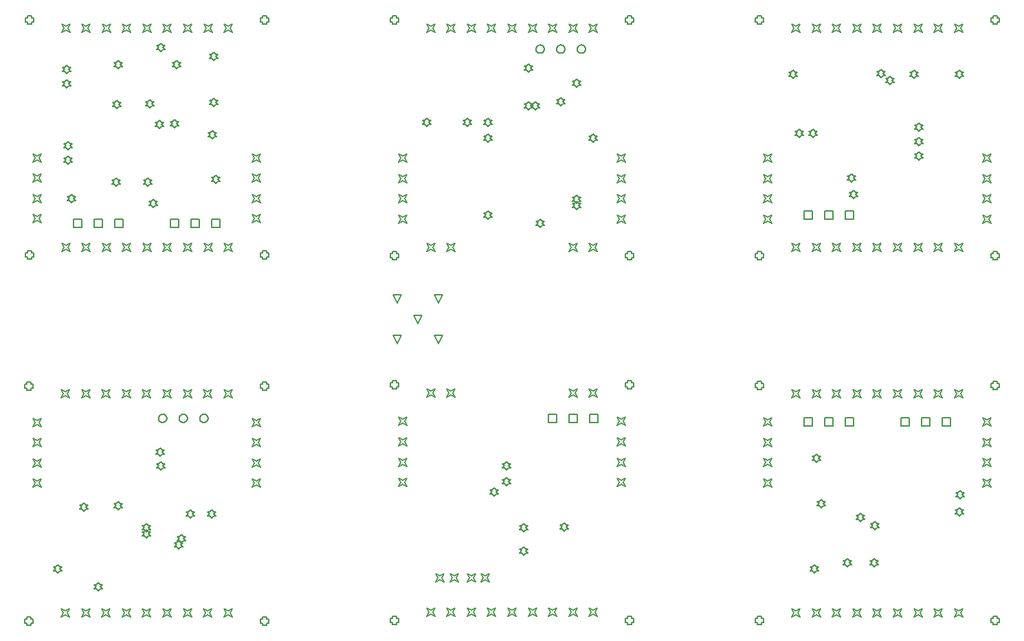
<source format=gbr>
%FSTAX44Y44*%
%MOMM*%
%SFA1B1*%

%IPPOS*%
%ADD97C,0.127000*%
%ADD136C,0.169330*%
%LNradar_1ghz_drawing_1-1*%
%LPD*%
G54D97*
X01035319Y-00274579D02*
Y-00264419D01*
X01045479*
Y-00274579*
X01035319*
X01009919D02*
Y-00264419D01*
X01020079*
Y-00274579*
X01009919*
X00984519D02*
Y-00264419D01*
X00994679*
Y-00274579*
X00984519*
X00669519Y-00525079D02*
Y-00514919D01*
X00679679*
Y-00525079*
X00669519*
X00694919D02*
Y-00514919D01*
X00705079*
Y-00525079*
X00694919*
X00720319D02*
Y-00514919D01*
X00730479*
Y-00525079*
X00720319*
X00508999Y-00403079D02*
X00503919Y-00392919D01*
X00514079*
X00508999Y-00403079*
X00483999Y-00378079D02*
X00478919Y-00367919D01*
X00489079*
X00483999Y-00378079*
Y-00428079D02*
X00478919Y-00417919D01*
X00489079*
X00483999Y-00428079*
X00533999D02*
X00528919Y-00417919D01*
X00539079*
X00533999Y-00428079*
Y-00378079D02*
X00528919Y-00367919D01*
X00539079*
X00533999Y-00378079*
X01154919Y-00529579D02*
Y-00519419D01*
X01165079*
Y-00529579*
X01154919*
X01129519D02*
Y-00519419D01*
X01139679*
Y-00529579*
X01129519*
X01104119D02*
Y-00519419D01*
X01114279*
Y-00529579*
X01104119*
X0098492D02*
Y-00519419D01*
X0099508*
Y-00529579*
X0098492*
X0101032D02*
Y-00519419D01*
X0102048*
Y-00529579*
X0101032*
X0103572D02*
Y-00519419D01*
X0104588*
Y-00529579*
X0103572*
X00255319Y-00285079D02*
Y-00274919D01*
X00265479*
Y-00285079*
X00255319*
X00229919D02*
Y-00274919D01*
X00240079*
Y-00285079*
X00229919*
X00204519D02*
Y-00274919D01*
X00214679*
Y-00285079*
X00204519*
X00084519D02*
Y-00274919D01*
X00094679*
Y-00285079*
X00084519*
X00109919D02*
Y-00274919D01*
X00120079*
Y-00285079*
X00109919*
X00135319D02*
Y-00274919D01*
X00145479*
Y-00285079*
X00135319*
X00639114Y-00660194D02*
X00641654Y-00657654D01*
X00644194*
X00641654Y-00655114*
X00644194Y-00652574*
X00641654*
X00639114Y-00650034*
X00636574Y-00652574*
X00634034*
X00636574Y-00655114*
X00634034Y-00657654*
X00636574*
X00639114Y-00660194*
X00638999Y-00689079D02*
X00641539Y-00686539D01*
X00644079*
X00641539Y-00683999*
X00644079Y-00681459*
X00641539*
X00638999Y-00678919*
X00636459Y-00681459*
X00633919*
X00636459Y-00683999*
X00633919Y-00686539*
X00636459*
X00638999Y-00689079*
X00689684Y-00658849D02*
X00692224Y-00656309D01*
X00694764*
X00692224Y-00653769*
X00694764Y-00651229*
X00692224*
X00689684Y-00648689*
X00687144Y-00651229*
X00684604*
X00687144Y-00653769*
X00684604Y-00656309*
X00687144*
X00689684Y-00658849*
X01079999Y-00100079D02*
X01082539Y-00097539D01*
X01085079*
X01082539Y-00094999*
X01085079Y-00092459*
X01082539*
X01079999Y-00089919*
X01077459Y-00092459*
X01074919*
X01077459Y-00094999*
X01074919Y-00097539*
X01077459*
X01079999Y-00100079*
X01090999Y-00109079D02*
X01093539Y-00106539D01*
X01096079*
X01093539Y-00103999*
X01096079Y-00101459*
X01093539*
X01090999Y-00098919*
X01088459Y-00101459*
X01085919*
X01088459Y-00103999*
X01085919Y-00106539*
X01088459*
X01090999Y-00109079*
X01045999Y-00249079D02*
X01048539Y-00246539D01*
X01051079*
X01048539Y-00243999*
X01051079Y-00241459*
X01048539*
X01045999Y-00238919*
X01043459Y-00241459*
X01040919*
X01043459Y-00243999*
X01040919Y-00246539*
X01043459*
X01045999Y-00249079*
X00978999Y-00174079D02*
X00981539Y-00171539D01*
X00984079*
X00981539Y-00168999*
X00984079Y-00166459*
X00981539*
X00978999Y-00163919*
X00976459Y-00166459*
X00973919*
X00976459Y-00168999*
X00973919Y-00171539*
X00976459*
X00978999Y-00174079*
X00995999D02*
X00998539Y-00171539D01*
X01001079*
X00998539Y-00168999*
X01001079Y-00166459*
X00998539*
X00995999Y-00163919*
X00993459Y-00166459*
X00990919*
X00993459Y-00168999*
X00990919Y-00171539*
X00993459*
X00995999Y-00174079*
X01053999Y-00647079D02*
X01056539Y-00644539D01*
X01059079*
X01056539Y-00641999*
X01059079Y-00639459*
X01056539*
X01053999Y-00636919*
X01051459Y-00639459*
X01048919*
X01051459Y-00641999*
X01048919Y-00644539*
X01051459*
X01053999Y-00647079*
X01070999Y-00703079D02*
X01073539Y-00700539D01*
X01076079*
X01073539Y-00697999*
X01076079Y-00695459*
X01073539*
X01070999Y-00692919*
X01068459Y-00695459*
X01065919*
X01068459Y-00697999*
X01065919Y-00700539*
X01068459*
X01070999Y-00703079*
X01037999D02*
X01040539Y-00700539D01*
X01043079*
X01040539Y-00697999*
X01043079Y-00695459*
X01040539*
X01037999Y-00692919*
X01035459Y-00695459*
X01032919*
X01035459Y-00697999*
X01032919Y-00700539*
X01035459*
X01037999Y-00703079*
X01071999Y-00657079D02*
X01074539Y-00654539D01*
X01077079*
X01074539Y-00651999*
X01077079Y-00649459*
X01074539*
X01071999Y-00646919*
X01069459Y-00649459*
X01066919*
X01069459Y-00651999*
X01066919Y-00654539*
X01069459*
X01071999Y-00657079*
X01005999Y-00630079D02*
X01008539Y-00627539D01*
X01011079*
X01008539Y-00624999*
X01011079Y-00622459*
X01008539*
X01005999Y-00619919*
X01003459Y-00622459*
X01000919*
X01003459Y-00624999*
X01000919Y-00627539*
X01003459*
X01005999Y-00630079*
X00999999Y-00574579D02*
X01002539Y-00572039D01*
X01005079*
X01002539Y-00569499*
X01005079Y-00566959*
X01002539*
X00999999Y-00564419*
X00997459Y-00566959*
X00994919*
X00997459Y-00569499*
X00994919Y-00572039*
X00997459*
X00999999Y-00574579*
X01176749Y-00619079D02*
X01179289Y-00616539D01*
X01181829*
X01179289Y-00613999*
X01181829Y-00611459*
X01179289*
X01176749Y-00608919*
X01174209Y-00611459*
X01171669*
X01174209Y-00613999*
X01171669Y-00616539*
X01174209*
X01176749Y-00619079*
X01175999Y-0064008D02*
X01178539Y-0063754D01*
X01181079*
X01178539Y-00635*
X01181079Y-0063246*
X01178539*
X01175999Y-0062992*
X01173459Y-0063246*
X01170919*
X01173459Y-00635*
X01170919Y-0063754*
X01173459*
X01175999Y-0064008*
X00174999Y-00667579D02*
X00177539Y-00665039D01*
X00180079*
X00177539Y-00662499*
X00180079Y-00659959*
X00177539*
X00174999Y-00657419*
X00172459Y-00659959*
X00169919*
X00172459Y-00662499*
X00169919Y-00665039*
X00172459*
X00174999Y-00667579*
X00097499Y-00634329D02*
X00100039Y-00631789D01*
X00102579*
X00100039Y-00629249*
X00102579Y-00626709*
X00100039*
X00097499Y-00624169*
X00094959Y-00626709*
X00092419*
X00094959Y-00629249*
X00092419Y-00631789*
X00094959*
X00097499Y-00634329*
X00208888Y-00162191D02*
X00211428Y-00159651D01*
X00213968*
X00211428Y-00157111*
X00213968Y-00154571*
X00211428*
X00208888Y-00152031*
X00206348Y-00154571*
X00203808*
X00206348Y-00157111*
X00203808Y-00159651*
X00206348*
X00208888Y-00162191*
X00192124Y-00067954D02*
X00194664Y-00065414D01*
X00197204*
X00194664Y-00062874*
X00197204Y-00060334*
X00194664*
X00192124Y-00057794*
X00189584Y-00060334*
X00187044*
X00189584Y-00062874*
X00187044Y-00065414*
X00189584*
X00192124Y-00067954*
X00081999Y-00254079D02*
X00084539Y-00251539D01*
X00087079*
X00084539Y-00248999*
X00087079Y-00246459*
X00084539*
X00081999Y-00243919*
X00079459Y-00246459*
X00076919*
X00079459Y-00248999*
X00076919Y-00251539*
X00079459*
X00081999Y-00254079*
X00211779Y-00088969D02*
X00214319Y-00086429D01*
X00216859*
X00214319Y-00083889*
X00216859Y-00081349*
X00214319*
X00211779Y-00078809*
X00209239Y-00081349*
X00206699*
X00209239Y-00083889*
X00206699Y-00086429*
X00209239*
X00211779Y-00088969*
X00178624Y-00137704D02*
X00181164Y-00135164D01*
X00183704*
X00181164Y-00132624*
X00183704Y-00130084*
X00181164*
X00178624Y-00127544*
X00176084Y-00130084*
X00173544*
X00176084Y-00132624*
X00173544Y-00135164*
X00176084*
X00178624Y-00137704*
X00602999Y-00616079D02*
X00605539Y-00613539D01*
X00608079*
X00605539Y-00610999*
X00608079Y-00608459*
X00605539*
X00602999Y-00605919*
X00600459Y-00608459*
X00597919*
X00600459Y-00610999*
X00597919Y-00613539*
X00600459*
X00602999Y-00616079*
X00617999Y-00603111D02*
X00620539Y-00600571D01*
X00623079*
X00620539Y-00598031*
X00623079Y-00595491*
X00620539*
X00617999Y-00592951*
X00615459Y-00595491*
X00612919*
X00615459Y-00598031*
X00612919Y-00600571*
X00615459*
X00617999Y-00603111*
Y-00584079D02*
X00620539Y-00581539D01*
X00623079*
X00620539Y-00578999*
X00623079Y-00576459*
X00620539*
X00617999Y-00573919*
X00615459Y-00576459*
X00612919*
X00615459Y-00578999*
X00612919Y-00581539*
X00615459*
X00617999Y-00584079*
X00644999Y-00093079D02*
X00647539Y-00090539D01*
X00650079*
X00647539Y-00087999*
X00650079Y-00085459*
X00647539*
X00644999Y-00082919*
X00642459Y-00085459*
X00639919*
X00642459Y-00087999*
X00639919Y-00090539*
X00642459*
X00644999Y-00093079*
X00704331Y-00111997D02*
X00706871Y-00109457D01*
X00709411*
X00706871Y-00106917*
X00709411Y-00104377*
X00706871*
X00704331Y-00101837*
X00701791Y-00104377*
X00699251*
X00701791Y-00106917*
X00699251Y-00109457*
X00701791*
X00704331Y-00111997*
X00653999Y-00140079D02*
X00656539Y-00137539D01*
X00659079*
X00656539Y-00134999*
X00659079Y-00132459*
X00656539*
X00653999Y-00129919*
X00651459Y-00132459*
X00648919*
X00651459Y-00134999*
X00648919Y-00137539*
X00651459*
X00653999Y-00140079*
X00704999Y-00263079D02*
X00707539Y-00260539D01*
X00710079*
X00707539Y-00257999*
X00710079Y-00255459*
X00707539*
X00704999Y-00252919*
X00702459Y-00255459*
X00699919*
X00702459Y-00257999*
X00699919Y-00260539*
X00702459*
X00704999Y-00263079*
X00644999Y-00140079D02*
X00647539Y-00137539D01*
X00650079*
X00647539Y-00134999*
X00650079Y-00132459*
X00647539*
X00644999Y-00129919*
X00642459Y-00132459*
X00639919*
X00642459Y-00134999*
X00639919Y-00137539*
X00642459*
X00644999Y-00140079*
X00704999Y-00255079D02*
X00707539Y-00252539D01*
X00710079*
X00707539Y-00249999*
X00710079Y-00247459*
X00707539*
X00704999Y-00244919*
X00702459Y-00247459*
X00699919*
X00702459Y-00249999*
X00699919Y-00252539*
X00702459*
X00704999Y-00255079*
X00724999Y-00180079D02*
X00727539Y-00177539D01*
X00730079*
X00727539Y-00174999*
X00730079Y-00172459*
X00727539*
X00724999Y-00169919*
X00722459Y-00172459*
X00719919*
X00722459Y-00174999*
X00719919Y-00177539*
X00722459*
X00724999Y-00180079*
X00659999Y-00285079D02*
X00662539Y-00282539D01*
X00665079*
X00662539Y-00279999*
X00665079Y-00277459*
X00662539*
X00659999Y-00274919*
X00657459Y-00277459*
X00654919*
X00657459Y-00279999*
X00654919Y-00282539*
X00657459*
X00659999Y-00285079*
X00684999Y-00135079D02*
X00687539Y-00132539D01*
X00690079*
X00687539Y-00129999*
X00690079Y-00127459*
X00687539*
X00684999Y-00124919*
X00682459Y-00127459*
X00679919*
X00682459Y-00129999*
X00679919Y-00132539*
X00682459*
X00684999Y-00135079*
X00569999Y-00160079D02*
X00572539Y-00157539D01*
X00575079*
X00572539Y-00154999*
X00575079Y-00152459*
X00572539*
X00569999Y-00149919*
X00567459Y-00152459*
X00564919*
X00567459Y-00154999*
X00564919Y-00157539*
X00567459*
X00569999Y-00160079*
X00519999D02*
X00522539Y-00157539D01*
X00525079*
X00522539Y-00154999*
X00525079Y-00152459*
X00522539*
X00519999Y-00149919*
X00517459Y-00152459*
X00514919*
X00517459Y-00154999*
X00514919Y-00157539*
X00517459*
X00519999Y-00160079*
X00594999D02*
X00597539Y-00157539D01*
X00600079*
X00597539Y-00154999*
X00600079Y-00152459*
X00597539*
X00594999Y-00149919*
X00592459Y-00152459*
X00589919*
X00592459Y-00154999*
X00589919Y-00157539*
X00592459*
X00594999Y-00160079*
Y-00180079D02*
X00597539Y-00177539D01*
X00600079*
X00597539Y-00174999*
X00600079Y-00172459*
X00597539*
X00594999Y-00169919*
X00592459Y-00172459*
X00589919*
X00592459Y-00174999*
X00589919Y-00177539*
X00592459*
X00594999Y-00180079*
Y-00275079D02*
X00597539Y-00272539D01*
X00600079*
X00597539Y-00269999*
X00600079Y-00267459*
X00597539*
X00594999Y-00264919*
X00592459Y-00267459*
X00589919*
X00592459Y-00269999*
X00589919Y-00272539*
X00592459*
X00594999Y-00275079*
X00191999Y-00584079D02*
X00194539Y-00581539D01*
X00197079*
X00194539Y-00578999*
X00197079Y-00576459*
X00194539*
X00191999Y-00573919*
X00189459Y-00576459*
X00186919*
X00189459Y-00578999*
X00186919Y-00581539*
X00189459*
X00191999Y-00584079*
X00191499Y-00566829D02*
X00194039Y-00564289D01*
X00196579*
X00194039Y-00561749*
X00196579Y-00559209*
X00194039*
X00191499Y-00556669*
X00188959Y-00559209*
X00186419*
X00188959Y-00561749*
X00186419Y-00564289*
X00188959*
X00191499Y-00566829*
X00213999Y-00681079D02*
X00216539Y-00678539D01*
X00219079*
X00216539Y-00675999*
X00219079Y-00673459*
X00216539*
X00213999Y-00670919*
X00211459Y-00673459*
X00208919*
X00211459Y-00675999*
X00208919Y-00678539*
X00211459*
X00213999Y-00681079*
X00114999Y-00732329D02*
X00117539Y-00729789D01*
X00120079*
X00117539Y-00727249*
X00120079Y-00724709*
X00117539*
X00114999Y-00722169*
X00112459Y-00724709*
X00109919*
X00112459Y-00727249*
X00109919Y-00729789*
X00112459*
X00114999Y-00732329*
X00064999Y-00710829D02*
X00067539Y-00708289D01*
X00070079*
X00067539Y-00705749*
X00070079Y-00703209*
X00067539*
X00064999Y-00700669*
X00062459Y-00703209*
X00059919*
X00062459Y-00705749*
X00059919Y-00708289*
X00062459*
X00064999Y-00710829*
X00174999Y-00660079D02*
X00177539Y-00657539D01*
X00180079*
X00177539Y-00654999*
X00180079Y-00652459*
X00177539*
X00174999Y-00649919*
X00172459Y-00652459*
X00169919*
X00172459Y-00654999*
X00169919Y-00657539*
X00172459*
X00174999Y-00660079*
X00217999Y-00673079D02*
X00220539Y-00670539D01*
X00223079*
X00220539Y-00667999*
X00223079Y-00665459*
X00220539*
X00217999Y-00662919*
X00215459Y-00665459*
X00212919*
X00215459Y-00667999*
X00212919Y-00670539*
X00215459*
X00217999Y-00673079*
X00244919Y-00765079D02*
X00247459Y-00759999D01*
X00244919Y-00754919*
X00249999Y-00757459*
X00255079Y-00754919*
X00252539Y-00759999*
X00255079Y-00765079*
X00249999Y-00762539*
X00244919Y-00765079*
X00219919D02*
X00222459Y-00759999D01*
X00219919Y-00754919*
X00224999Y-00757459*
X00230079Y-00754919*
X00227539Y-00759999*
X00230079Y-00765079*
X00224999Y-00762539*
X00219919Y-00765079*
X00094919D02*
X00097459Y-00759999D01*
X00094919Y-00754919*
X00099999Y-00757459*
X00105079Y-00754919*
X00102539Y-00759999*
X00105079Y-00765079*
X00099999Y-00762539*
X00094919Y-00765079*
X00317459Y-00772539D02*
Y-00775079D01*
X00322539*
Y-00772539*
X00325079*
Y-00767459*
X00322539*
Y-00764919*
X00317459*
Y-00767459*
X00314919*
Y-00772539*
X00317459*
X00119919Y-00765079D02*
X00122459Y-00759999D01*
X00119919Y-00754919*
X00124999Y-00757459*
X00130079Y-00754919*
X00127539Y-00759999*
X00130079Y-00765079*
X00124999Y-00762539*
X00119919Y-00765079*
X00069919D02*
X00072459Y-00759999D01*
X00069919Y-00754919*
X00074999Y-00757459*
X00080079Y-00754919*
X00077539Y-00759999*
X00080079Y-00765079*
X00074999Y-00762539*
X00069919Y-00765079*
X00027459Y-00772539D02*
Y-00775079D01*
X00032539*
Y-00772539*
X00035079*
Y-00767459*
X00032539*
Y-00764919*
X00027459*
Y-00767459*
X00024919*
Y-00772539*
X00027459*
X00269919Y-00765079D02*
X00272459Y-00759999D01*
X00269919Y-00754919*
X00274999Y-00757459*
X00280079Y-00754919*
X00277539Y-00759999*
X00280079Y-00765079*
X00274999Y-00762539*
X00269919Y-00765079*
X00169919D02*
X00172459Y-00759999D01*
X00169919Y-00754919*
X00174999Y-00757459*
X00180079Y-00754919*
X00177539Y-00759999*
X00180079Y-00765079*
X00174999Y-00762539*
X00169919Y-00765079*
X00144919D02*
X00147459Y-00759999D01*
X00144919Y-00754919*
X00149999Y-00757459*
X00155079Y-00754919*
X00152539Y-00759999*
X00155079Y-00765079*
X00149999Y-00762539*
X00144919Y-00765079*
X00194919D02*
X00197459Y-00759999D01*
X00194919Y-00754919*
X00199999Y-00757459*
X00205079Y-00754919*
X00202539Y-00759999*
X00205079Y-00765079*
X00199999Y-00762539*
X00194919Y-00765079*
X00190999Y-00163079D02*
X00193539Y-00160539D01*
X00196079*
X00193539Y-00157999*
X00196079Y-00155459*
X00193539*
X00190999Y-00152919*
X00188459Y-00155459*
X00185919*
X00188459Y-00157999*
X00185919Y-00160539*
X00188459*
X00190999Y-00163079*
X00137999Y-00138079D02*
X00140539Y-00135539D01*
X00143079*
X00140539Y-00132999*
X00143079Y-00130459*
X00140539*
X00137999Y-00127919*
X00135459Y-00130459*
X00132919*
X00135459Y-00132999*
X00132919Y-00135539*
X00135459*
X00137999Y-00138079*
X00183249Y-00260329D02*
X00185789Y-00257789D01*
X00188329*
X00185789Y-00255249*
X00188329Y-00252709*
X00185789*
X00183249Y-00250169*
X00180709Y-00252709*
X00178169*
X00180709Y-00255249*
X00178169Y-00257789*
X00180709*
X00183249Y-00260329*
X00175999Y-00234079D02*
X00178539Y-00231539D01*
X00181079*
X00178539Y-00228999*
X00181079Y-00226459*
X00178539*
X00175999Y-00223919*
X00173459Y-00226459*
X00170919*
X00173459Y-00228999*
X00170919Y-00231539*
X00173459*
X00175999Y-00234079*
X00136999D02*
X00139539Y-00231539D01*
X00142079*
X00139539Y-00228999*
X00142079Y-00226459*
X00139539*
X00136999Y-00223919*
X00134459Y-00226459*
X00131919*
X00134459Y-00228999*
X00131919Y-00231539*
X00134459*
X00136999Y-00234079*
X00694919Y-00044579D02*
X00697459Y-00039499D01*
X00694919Y-00034419*
X00699999Y-00036959*
X00705079Y-00034419*
X00702539Y-00039499*
X00705079Y-00044579*
X00699999Y-00042039*
X00694919Y-00044579*
X00544919D02*
X00547459Y-00039499D01*
X00544919Y-00034419*
X00549999Y-00036959*
X00555079Y-00034419*
X00552539Y-00039499*
X00555079Y-00044579*
X00549999Y-00042039*
X00544919Y-00044579*
X00594919D02*
X00597459Y-00039499D01*
X00594919Y-00034419*
X00599999Y-00036959*
X00605079Y-00034419*
X00602539Y-00039499*
X00605079Y-00044579*
X00599999Y-00042039*
X00594919Y-00044579*
X00569919D02*
X00572459Y-00039499D01*
X00569919Y-00034419*
X00574999Y-00036959*
X00580079Y-00034419*
X00577539Y-00039499*
X00580079Y-00044579*
X00574999Y-00042039*
X00569919Y-00044579*
X00519919D02*
X00522459Y-00039499D01*
X00519919Y-00034419*
X00524999Y-00036959*
X00530079Y-00034419*
X00527539Y-00039499*
X00530079Y-00044579*
X00524999Y-00042039*
X00519919Y-00044579*
X00669919D02*
X00672459Y-00039499D01*
X00669919Y-00034419*
X00674999Y-00036959*
X00680079Y-00034419*
X00677539Y-00039499*
X00680079Y-00044579*
X00674999Y-00042039*
X00669919Y-00044579*
X00619919D02*
X00622459Y-00039499D01*
X00619919Y-00034419*
X00624999Y-00036959*
X00630079Y-00034419*
X00627539Y-00039499*
X00630079Y-00044579*
X00624999Y-00042039*
X00619919Y-00044579*
X00644919D02*
X00647459Y-00039499D01*
X00644919Y-00034419*
X00649999Y-00036959*
X00655079Y-00034419*
X00652539Y-00039499*
X00655079Y-00044579*
X00649999Y-00042039*
X00644919Y-00044579*
X00719919D02*
X00722459Y-00039499D01*
X00719919Y-00034419*
X00724999Y-00036959*
X00730079Y-00034419*
X00727539Y-00039499*
X00730079Y-00044579*
X00724999Y-00042039*
X00719919Y-00044579*
X00477459Y-00322039D02*
Y-00324579D01*
X00482539*
Y-00322039*
X00485079*
Y-00316959*
X00482539*
Y-00314419*
X00477459*
Y-00316959*
X00474919*
Y-00322039*
X00477459*
Y-00032039D02*
Y-00034579D01*
X00482539*
Y-00032039*
X00485079*
Y-00026959*
X00482539*
Y-00024419*
X00477459*
Y-00026959*
X00474919*
Y-00032039*
X00477459*
X00719919Y-00314579D02*
X00722459Y-00309499D01*
X00719919Y-00304419*
X00724999Y-00306959*
X00730079Y-00304419*
X00727539Y-00309499*
X00730079Y-00314579*
X00724999Y-00312039*
X00719919Y-00314579*
X00076489Y-00113379D02*
X00079029Y-00110839D01*
X00081569*
X00079029Y-00108299*
X00081569Y-00105759*
X00079029*
X00076489Y-00103219*
X00073949Y-00105759*
X00071409*
X00073949Y-00108299*
X00071409Y-00110839*
X00073949*
X00076489Y-00113379*
X00140249Y-00089079D02*
X00142789Y-00086539D01*
X00145329*
X00142789Y-00083999*
X00145329Y-00081459*
X00142789*
X00140249Y-00078919*
X00137709Y-00081459*
X00135169*
X00137709Y-00083999*
X00135169Y-00086539*
X00137709*
X00140249Y-00089079*
X00120305Y-00044195D02*
X00122845Y-00039115D01*
X00120305Y-00034035*
X00125385Y-00036575*
X00130465Y-00034035*
X00127925Y-00039115*
X00130465Y-00044195*
X00125385Y-00041655*
X00120305Y-00044195*
X00076489Y-00095599D02*
X00079029Y-00093059D01*
X00081569*
X00079029Y-00090519*
X00081569Y-00087979*
X00079029*
X00076489Y-00085439*
X00073949Y-00087979*
X00071409*
X00073949Y-00090519*
X00071409Y-00093059*
X00073949*
X00076489Y-00095599*
X00095305Y-00044195D02*
X00097845Y-00039115D01*
X00095305Y-00034035*
X00100385Y-00036575*
X00105465Y-00034035*
X00102925Y-00039115*
X00105465Y-00044195*
X00100385Y-00041655*
X00095305Y-00044195*
X00257499Y-00078829D02*
X00260039Y-00076289D01*
X00262579*
X00260039Y-00073749*
X00262579Y-00071209*
X00260039*
X00257499Y-00068669*
X00254959Y-00071209*
X00252419*
X00254959Y-00073749*
X00252419Y-00076289*
X00254959*
X00257499Y-00078829*
Y-00136079D02*
X00260039Y-00133539D01*
X00262579*
X00260039Y-00130999*
X00262579Y-00128459*
X00260039*
X00257499Y-00125919*
X00254959Y-00128459*
X00252419*
X00254959Y-00130999*
X00252419Y-00133539*
X00254959*
X00257499Y-00136079*
X0025575Y-00175829D02*
X0025829Y-00173289D01*
X0026083*
X0025829Y-00170749*
X0026083Y-00168209*
X0025829*
X0025575Y-00165669*
X0025321Y-00168209*
X0025067*
X0025321Y-00170749*
X0025067Y-00173289*
X0025321*
X0025575Y-00175829*
X00070305Y-00044195D02*
X00072845Y-00039115D01*
X00070305Y-00034035*
X00075385Y-00036575*
X00080465Y-00034035*
X00077925Y-00039115*
X00080465Y-00044195*
X00075385Y-00041655*
X00070305Y-00044195*
X00145305D02*
X00147845Y-00039115D01*
X00145305Y-00034035*
X00150385Y-00036575*
X00155465Y-00034035*
X00152925Y-00039115*
X00155465Y-00044195*
X00150385Y-00041655*
X00145305Y-00044195*
X00170305D02*
X00172845Y-00039115D01*
X00170305Y-00034035*
X00175385Y-00036575*
X00180465Y-00034035*
X00177925Y-00039115*
X00180465Y-00044195*
X00175385Y-00041655*
X00170305Y-00044195*
X00317845Y-00031655D02*
Y-00034195D01*
X00322925*
Y-00031655*
X00325465*
Y-00026575*
X00322925*
Y-00024035*
X00317845*
Y-00026575*
X00315305*
Y-00031655*
X00317845*
X00195305Y-00044195D02*
X00197845Y-00039115D01*
X00195305Y-00034035*
X00200385Y-00036575*
X00205465Y-00034035*
X00202925Y-00039115*
X00205465Y-00044195*
X00200385Y-00041655*
X00195305Y-00044195*
X00220305D02*
X00222845Y-00039115D01*
X00220305Y-00034035*
X00225385Y-00036575*
X00230465Y-00034035*
X00227925Y-00039115*
X00230465Y-00044195*
X00225385Y-00041655*
X00220305Y-00044195*
X00270305D02*
X00272845Y-00039115D01*
X00270305Y-00034035*
X00275385Y-00036575*
X00280465Y-00034035*
X00277925Y-00039115*
X00280465Y-00044195*
X00275385Y-00041655*
X00270305Y-00044195*
X00245305D02*
X00247845Y-00039115D01*
X00245305Y-00034035*
X00250385Y-00036575*
X00255465Y-00034035*
X00252925Y-00039115*
X00255465Y-00044195*
X00250385Y-00041655*
X00245305Y-00044195*
X00027845Y-00031655D02*
Y-00034195D01*
X00032925*
Y-00031655*
X00035465*
Y-00026575*
X00032925*
Y-00024035*
X00027845*
Y-00026575*
X00025305*
Y-00031655*
X00027845*
X00259749Y-00230829D02*
X00262289Y-00228289D01*
X00264829*
X00262289Y-00225749*
X00264829Y-00223209*
X00262289*
X00259749Y-00220669*
X00257209Y-00223209*
X00254669*
X00257209Y-00225749*
X00254669Y-00228289*
X00257209*
X00259749Y-00230829*
X00305305Y-00229195D02*
X00307845Y-00224115D01*
X00305305Y-00219035*
X00310385Y-00221575*
X00315465Y-00219035*
X00312925Y-00224115*
X00315465Y-00229195*
X00310385Y-00226655*
X00305305Y-00229195*
Y-00254195D02*
X00307845Y-00249115D01*
X00305305Y-00244035*
X00310385Y-00246575*
X00315465Y-00244035*
X00312925Y-00249115*
X00315465Y-00254195*
X00310385Y-00251655*
X00305305Y-00254195*
Y-00279195D02*
X00307845Y-00274115D01*
X00305305Y-00269035*
X00310385Y-00271575*
X00315465Y-00269035*
X00312925Y-00274115*
X00315465Y-00279195*
X00310385Y-00276655*
X00305305Y-00279195*
Y-00204195D02*
X00307845Y-00199115D01*
X00305305Y-00194035*
X00310385Y-00196575*
X00315465Y-00194035*
X00312925Y-00199115*
X00315465Y-00204195*
X00310385Y-00201655*
X00305305Y-00204195*
X00519919Y-00314579D02*
X00522459Y-00309499D01*
X00519919Y-00304419*
X00524999Y-00306959*
X00530079Y-00304419*
X00527539Y-00309499*
X00530079Y-00314579*
X00524999Y-00312039*
X00519919Y-00314579*
X00484919Y-00254579D02*
X00487459Y-00249499D01*
X00484919Y-00244419*
X00489999Y-00246959*
X00495079Y-00244419*
X00492539Y-00249499*
X00495079Y-00254579*
X00489999Y-00252039*
X00484919Y-00254579*
Y-00229579D02*
X00487459Y-00224499D01*
X00484919Y-00219419*
X00489999Y-00221959*
X00495079Y-00219419*
X00492539Y-00224499*
X00495079Y-00229579*
X00489999Y-00227039*
X00484919Y-00229579*
X00544919Y-00314579D02*
X00547459Y-00309499D01*
X00544919Y-00304419*
X00549999Y-00306959*
X00555079Y-00304419*
X00552539Y-00309499*
X00555079Y-00314579*
X00549999Y-00312039*
X00544919Y-00314579*
X00484919Y-00204579D02*
X00487459Y-00199499D01*
X00484919Y-00194419*
X00489999Y-00196959*
X00495079Y-00194419*
X00492539Y-00199499*
X00495079Y-00204579*
X00489999Y-00202039*
X00484919Y-00204579*
X00754919D02*
X00757459Y-00199499D01*
X00754919Y-00194419*
X00759999Y-00196959*
X00765079Y-00194419*
X00762539Y-00199499*
X00765079Y-00204579*
X00759999Y-00202039*
X00754919Y-00204579*
X00694919Y-00314579D02*
X00697459Y-00309499D01*
X00694919Y-00304419*
X00699999Y-00306959*
X00705079Y-00304419*
X00702539Y-00309499*
X00705079Y-00314579*
X00699999Y-00312039*
X00694919Y-00314579*
X00767459Y-00032039D02*
Y-00034579D01*
X00772539*
Y-00032039*
X00775079*
Y-00026959*
X00772539*
Y-00024419*
X00767459*
Y-00026959*
X00764919*
Y-00032039*
X00767459*
Y-00322039D02*
Y-00324579D01*
X00772539*
Y-00322039*
X00775079*
Y-00316959*
X00772539*
Y-00314419*
X00767459*
Y-00316959*
X00764919*
Y-00322039*
X00767459*
X00484919Y-00279579D02*
X00487459Y-00274499D01*
X00484919Y-00269419*
X00489999Y-00271959*
X00495079Y-00269419*
X00492539Y-00274499*
X00495079Y-00279579*
X00489999Y-00277039*
X00484919Y-00279579*
X00754919D02*
X00757459Y-00274499D01*
X00754919Y-00269419*
X00759999Y-00271959*
X00765079Y-00269419*
X00762539Y-00274499*
X00765079Y-00279579*
X00759999Y-00277039*
X00754919Y-00279579*
Y-00229579D02*
X00757459Y-00224499D01*
X00754919Y-00219419*
X00759999Y-00221959*
X00765079Y-00219419*
X00762539Y-00224499*
X00765079Y-00229579*
X00759999Y-00227039*
X00754919Y-00229579*
Y-00254579D02*
X00757459Y-00249499D01*
X00754919Y-00244419*
X00759999Y-00246959*
X00765079Y-00244419*
X00762539Y-00249499*
X00765079Y-00254579*
X00759999Y-00252039*
X00754919Y-00254579*
X00070305Y-00314195D02*
X00072845Y-00309115D01*
X00070305Y-00304035*
X00075385Y-00306575*
X00080465Y-00304035*
X00077925Y-00309115*
X00080465Y-00314195*
X00075385Y-00311655*
X00070305Y-00314195*
X00095305D02*
X00097845Y-00309115D01*
X00095305Y-00304035*
X00100385Y-00306575*
X00105465Y-00304035*
X00102925Y-00309115*
X00105465Y-00314195*
X00100385Y-00311655*
X00095305Y-00314195*
X00120305D02*
X00122845Y-00309115D01*
X00120305Y-00304035*
X00125385Y-00306575*
X00130465Y-00304035*
X00127925Y-00309115*
X00130465Y-00314195*
X00125385Y-00311655*
X00120305Y-00314195*
X00170305D02*
X00172845Y-00309115D01*
X00170305Y-00304035*
X00175385Y-00306575*
X00180465Y-00304035*
X00177925Y-00309115*
X00180465Y-00314195*
X00175385Y-00311655*
X00170305Y-00314195*
X00195305D02*
X00197845Y-00309115D01*
X00195305Y-00304035*
X00200385Y-00306575*
X00205465Y-00304035*
X00202925Y-00309115*
X00205465Y-00314195*
X00200385Y-00311655*
X00195305Y-00314195*
X00270305D02*
X00272845Y-00309115D01*
X00270305Y-00304035*
X00275385Y-00306575*
X00280465Y-00304035*
X00277925Y-00309115*
X00280465Y-00314195*
X00275385Y-00311655*
X00270305Y-00314195*
X00317845Y-00321655D02*
Y-00324195D01*
X00322925*
Y-00321655*
X00325465*
Y-00316575*
X00322925*
Y-00314035*
X00317845*
Y-00316575*
X00315305*
Y-00321655*
X00317845*
X00220305Y-00314195D02*
X00222845Y-00309115D01*
X00220305Y-00304035*
X00225385Y-00306575*
X00230465Y-00304035*
X00227925Y-00309115*
X00230465Y-00314195*
X00225385Y-00311655*
X00220305Y-00314195*
X00245305D02*
X00247845Y-00309115D01*
X00245305Y-00304035*
X00250385Y-00306575*
X00255465Y-00304035*
X00252925Y-00309115*
X00255465Y-00314195*
X00250385Y-00311655*
X00245305Y-00314195*
X00027845Y-00321655D02*
Y-00324195D01*
X00032925*
Y-00321655*
X00035465*
Y-00316575*
X00032925*
Y-00314035*
X00027845*
Y-00316575*
X00025305*
Y-00321655*
X00027845*
X00145305Y-00314195D02*
X00147845Y-00309115D01*
X00145305Y-00304035*
X00150385Y-00306575*
X00155465Y-00304035*
X00152925Y-00309115*
X00155465Y-00314195*
X00150385Y-00311655*
X00145305Y-00314195*
X00035305Y-00204195D02*
X00037845Y-00199115D01*
X00035305Y-00194035*
X00040385Y-00196575*
X00045465Y-00194035*
X00042925Y-00199115*
X00045465Y-00204195*
X00040385Y-00201655*
X00035305Y-00204195*
Y-00229195D02*
X00037845Y-00224115D01*
X00035305Y-00219035*
X00040385Y-00221575*
X00045465Y-00219035*
X00042925Y-00224115*
X00045465Y-00229195*
X00040385Y-00226655*
X00035305Y-00229195*
X00078249Y-00188829D02*
X00080789Y-00186289D01*
X00083329*
X00080789Y-00183749*
X00083329Y-00181209*
X00080789*
X00078249Y-00178669*
X00075709Y-00181209*
X00073169*
X00075709Y-00183749*
X00073169Y-00186289*
X00075709*
X00078249Y-00188829*
X00035305Y-00254195D02*
X00037845Y-00249115D01*
X00035305Y-00244035*
X00040385Y-00246575*
X00045465Y-00244035*
X00042925Y-00249115*
X00045465Y-00254195*
X00040385Y-00251655*
X00035305Y-00254195*
X00078249Y-00207329D02*
X00080789Y-00204789D01*
X00083329*
X00080789Y-00202249*
X00083329Y-00199709*
X00080789*
X00078249Y-00197169*
X00075709Y-00199709*
X00073169*
X00075709Y-00202249*
X00073169Y-00204789*
X00075709*
X00078249Y-00207329*
X00035305Y-00279195D02*
X00037845Y-00274115D01*
X00035305Y-00269035*
X00040385Y-00271575*
X00045465Y-00269035*
X00042925Y-00274115*
X00045465Y-00279195*
X00040385Y-00276655*
X00035305Y-00279195*
X00934919Y-00254579D02*
X00937459Y-00249499D01*
X00934919Y-00244419*
X00939999Y-00246959*
X00945079Y-00244419*
X00942539Y-00249499*
X00945079Y-00254579*
X00939999Y-00252039*
X00934919Y-00254579*
Y-00279579D02*
X00937459Y-00274499D01*
X00934919Y-00269419*
X00939999Y-00271959*
X00945079Y-00269419*
X00942539Y-00274499*
X00945079Y-00279579*
X00939999Y-00277039*
X00934919Y-00279579*
X01042999Y-00229079D02*
X01045539Y-00226539D01*
X01048079*
X01045539Y-00223999*
X01048079Y-00221459*
X01045539*
X01042999Y-00218919*
X01040459Y-00221459*
X01037919*
X01040459Y-00223999*
X01037919Y-00226539*
X01040459*
X01042999Y-00229079*
X01125999Y-00166079D02*
X01128539Y-00163539D01*
X01131079*
X01128539Y-00160999*
X01131079Y-00158459*
X01128539*
X01125999Y-00155919*
X01123459Y-00158459*
X01120919*
X01123459Y-00160999*
X01120919Y-00163539*
X01123459*
X01125999Y-00166079*
X01204919Y-00204579D02*
X01207459Y-00199499D01*
X01204919Y-00194419*
X01209999Y-00196959*
X01215079Y-00194419*
X01212539Y-00199499*
X01215079Y-00204579*
X01209999Y-00202039*
X01204919Y-00204579*
Y-00279579D02*
X01207459Y-00274499D01*
X01204919Y-00269419*
X01209999Y-00271959*
X01215079Y-00269419*
X01212539Y-00274499*
X01215079Y-00279579*
X01209999Y-00277039*
X01204919Y-00279579*
Y-00254579D02*
X01207459Y-00249499D01*
X01204919Y-00244419*
X01209999Y-00246959*
X01215079Y-00244419*
X01212539Y-00249499*
X01215079Y-00254579*
X01209999Y-00252039*
X01204919Y-00254579*
Y-00229579D02*
X01207459Y-00224499D01*
X01204919Y-00219419*
X01209999Y-00221959*
X01215079Y-00219419*
X01212539Y-00224499*
X01215079Y-00229579*
X01209999Y-00227039*
X01204919Y-00229579*
X01125999Y-00202079D02*
X01128539Y-00199539D01*
X01131079*
X01128539Y-00196999*
X01131079Y-00194459*
X01128539*
X01125999Y-00191919*
X01123459Y-00194459*
X01120919*
X01123459Y-00196999*
X01120919Y-00199539*
X01123459*
X01125999Y-00202079*
Y-00184079D02*
X01128539Y-00181539D01*
X01131079*
X01128539Y-00178999*
X01131079Y-00176459*
X01128539*
X01125999Y-00173919*
X01123459Y-00176459*
X01120919*
X01123459Y-00178999*
X01120919Y-00181539*
X01123459*
X01125999Y-00184079*
X00969919Y-00314579D02*
X00972459Y-00309499D01*
X00969919Y-00304419*
X00974999Y-00306959*
X00980079Y-00304419*
X00977539Y-00309499*
X00980079Y-00314579*
X00974999Y-00312039*
X00969919Y-00314579*
X01217459Y-00322039D02*
Y-00324579D01*
X01222539*
Y-00322039*
X01225079*
Y-00316959*
X01222539*
Y-00314419*
X01217459*
Y-00316959*
X01214919*
Y-00322039*
X01217459*
X01144919Y-00314579D02*
X01147459Y-00309499D01*
X01144919Y-00304419*
X01149999Y-00306959*
X01155079Y-00304419*
X01152539Y-00309499*
X01155079Y-00314579*
X01149999Y-00312039*
X01144919Y-00314579*
X01069919D02*
X01072459Y-00309499D01*
X01069919Y-00304419*
X01074999Y-00306959*
X01080079Y-00304419*
X01077539Y-00309499*
X01080079Y-00314579*
X01074999Y-00312039*
X01069919Y-00314579*
X01019919D02*
X01022459Y-00309499D01*
X01019919Y-00304419*
X01024999Y-00306959*
X01030079Y-00304419*
X01027539Y-00309499*
X01030079Y-00314579*
X01024999Y-00312039*
X01019919Y-00314579*
X01044919D02*
X01047459Y-00309499D01*
X01044919Y-00304419*
X01049999Y-00306959*
X01055079Y-00304419*
X01052539Y-00309499*
X01055079Y-00314579*
X01049999Y-00312039*
X01044919Y-00314579*
X01094919D02*
X01097459Y-00309499D01*
X01094919Y-00304419*
X01099999Y-00306959*
X01105079Y-00304419*
X01102539Y-00309499*
X01105079Y-00314579*
X01099999Y-00312039*
X01094919Y-00314579*
X01119919D02*
X01122459Y-00309499D01*
X01119919Y-00304419*
X01124999Y-00306959*
X01130079Y-00304419*
X01127539Y-00309499*
X01130079Y-00314579*
X01124999Y-00312039*
X01119919Y-00314579*
X00927459Y-00322039D02*
Y-00324579D01*
X00932539*
Y-00322039*
X00935079*
Y-00316959*
X00932539*
Y-00314419*
X00927459*
Y-00316959*
X00924919*
Y-00322039*
X00927459*
X00994919Y-00314579D02*
X00997459Y-00309499D01*
X00994919Y-00304419*
X00999999Y-00306959*
X01005079Y-00304419*
X01002539Y-00309499*
X01005079Y-00314579*
X00999999Y-00312039*
X00994919Y-00314579*
X01169919D02*
X01172459Y-00309499D01*
X01169919Y-00304419*
X01174999Y-00306959*
X01180079Y-00304419*
X01177539Y-00309499*
X01180079Y-00314579*
X01174999Y-00312039*
X01169919Y-00314579*
Y-00044579D02*
X01172459Y-00039499D01*
X01169919Y-00034419*
X01174999Y-00036959*
X01180079Y-00034419*
X01177539Y-00039499*
X01180079Y-00044579*
X01174999Y-00042039*
X01169919Y-00044579*
X01175999Y-00101079D02*
X01178539Y-00098539D01*
X01181079*
X01178539Y-00095999*
X01181079Y-00093459*
X01178539*
X01175999Y-00090919*
X01173459Y-00093459*
X01170919*
X01173459Y-00095999*
X01170919Y-00098539*
X01173459*
X01175999Y-00101079*
X01119999D02*
X01122539Y-00098539D01*
X01125079*
X01122539Y-00095999*
X01125079Y-00093459*
X01122539*
X01119999Y-00090919*
X01117459Y-00093459*
X01114919*
X01117459Y-00095999*
X01114919Y-00098539*
X01117459*
X01119999Y-00101079*
X01094919Y-00044579D02*
X01097459Y-00039499D01*
X01094919Y-00034419*
X01099999Y-00036959*
X01105079Y-00034419*
X01102539Y-00039499*
X01105079Y-00044579*
X01099999Y-00042039*
X01094919Y-00044579*
X01069919D02*
X01072459Y-00039499D01*
X01069919Y-00034419*
X01074999Y-00036959*
X01080079Y-00034419*
X01077539Y-00039499*
X01080079Y-00044579*
X01074999Y-00042039*
X01069919Y-00044579*
X00970999Y-00101079D02*
X00973539Y-00098539D01*
X00976079*
X00973539Y-00095999*
X00976079Y-00093459*
X00973539*
X00970999Y-00090919*
X00968459Y-00093459*
X00965919*
X00968459Y-00095999*
X00965919Y-00098539*
X00968459*
X00970999Y-00101079*
X01119919Y-00044579D02*
X01122459Y-00039499D01*
X01119919Y-00034419*
X01124999Y-00036959*
X01130079Y-00034419*
X01127539Y-00039499*
X01130079Y-00044579*
X01124999Y-00042039*
X01119919Y-00044579*
X00927459Y-00032039D02*
Y-00034579D01*
X00932539*
Y-00032039*
X00935079*
Y-00026959*
X00932539*
Y-00024419*
X00927459*
Y-00026959*
X00924919*
Y-00032039*
X00927459*
X00969919Y-00044579D02*
X00972459Y-00039499D01*
X00969919Y-00034419*
X00974999Y-00036959*
X00980079Y-00034419*
X00977539Y-00039499*
X00980079Y-00044579*
X00974999Y-00042039*
X00969919Y-00044579*
X01019919D02*
X01022459Y-00039499D01*
X01019919Y-00034419*
X01024999Y-00036959*
X01030079Y-00034419*
X01027539Y-00039499*
X01030079Y-00044579*
X01024999Y-00042039*
X01019919Y-00044579*
X01044919D02*
X01047459Y-00039499D01*
X01044919Y-00034419*
X01049999Y-00036959*
X01055079Y-00034419*
X01052539Y-00039499*
X01055079Y-00044579*
X01049999Y-00042039*
X01044919Y-00044579*
X00994919D02*
X00997459Y-00039499D01*
X00994919Y-00034419*
X00999999Y-00036959*
X01005079Y-00034419*
X01002539Y-00039499*
X01005079Y-00044579*
X00999999Y-00042039*
X00994919Y-00044579*
X01217459Y-00032039D02*
Y-00034579D01*
X01222539*
Y-00032039*
X01225079*
Y-00026959*
X01222539*
Y-00024419*
X01217459*
Y-00026959*
X01214919*
Y-00032039*
X01217459*
X01144919Y-00044579D02*
X01147459Y-00039499D01*
X01144919Y-00034419*
X01149999Y-00036959*
X01155079Y-00034419*
X01152539Y-00039499*
X01155079Y-00044579*
X01149999Y-00042039*
X01144919Y-00044579*
X00934919Y-00229579D02*
X00937459Y-00224499D01*
X00934919Y-00219419*
X00939999Y-00221959*
X00945079Y-00219419*
X00942539Y-00224499*
X00945079Y-00229579*
X00939999Y-00227039*
X00934919Y-00229579*
Y-00204579D02*
X00937459Y-00199499D01*
X00934919Y-00194419*
X00939999Y-00196959*
X00945079Y-00194419*
X00942539Y-00199499*
X00945079Y-00204579*
X00939999Y-00202039*
X00934919Y-00204579*
X0111992Y-00764579D02*
X0112246Y-00759499D01*
X0111992Y-00754419*
X01125Y-00756959*
X0113008Y-00754419*
X0112754Y-00759499*
X0113008Y-00764579*
X01125Y-00762039*
X0111992Y-00764579*
X01144919D02*
X01147459Y-00759499D01*
X01144919Y-00754419*
X01149999Y-00756959*
X01155079Y-00754419*
X01152539Y-00759499*
X01155079Y-00764579*
X01149999Y-00762039*
X01144919Y-00764579*
X01169919D02*
X01172459Y-00759499D01*
X01169919Y-00754419*
X01174999Y-00756959*
X01180079Y-00754419*
X01177539Y-00759499*
X01180079Y-00764579*
X01174999Y-00762039*
X01169919Y-00764579*
X01204919Y-00604579D02*
X01207459Y-00599499D01*
X01204919Y-00594419*
X01209999Y-00596959*
X01215079Y-00594419*
X01212539Y-00599499*
X01215079Y-00604579*
X01209999Y-00602039*
X01204919Y-00604579*
Y-00579579D02*
X01207459Y-00574499D01*
X01204919Y-00569419*
X01209999Y-00571959*
X01215079Y-00569419*
X01212539Y-00574499*
X01215079Y-00579579*
X01209999Y-00577039*
X01204919Y-00579579*
X01217459Y-00772039D02*
Y-00774579D01*
X01222539*
Y-00772039*
X01225079*
Y-00766959*
X01222539*
Y-00764419*
X01217459*
Y-00766959*
X01214919*
Y-00772039*
X01217459*
X00927459Y-00482039D02*
Y-00484579D01*
X00932539*
Y-00482039*
X00935079*
Y-00476959*
X00932539*
Y-00474419*
X00927459*
Y-00476959*
X00924919*
Y-00482039*
X00927459*
X00934919Y-00604579D02*
X00937459Y-00599499D01*
X00934919Y-00594419*
X00939999Y-00596959*
X00945079Y-00594419*
X00942539Y-00599499*
X00945079Y-00604579*
X00939999Y-00602039*
X00934919Y-00604579*
Y-00579579D02*
X00937459Y-00574499D01*
X00934919Y-00569419*
X00939999Y-00571959*
X00945079Y-00569419*
X00942539Y-00574499*
X00945079Y-00579579*
X00939999Y-00577039*
X00934919Y-00579579*
Y-00554579D02*
X00937459Y-00549499D01*
X00934919Y-00544419*
X00939999Y-00546959*
X00945079Y-00544419*
X00942539Y-00549499*
X00945079Y-00554579*
X00939999Y-00552039*
X00934919Y-00554579*
Y-00529579D02*
X00937459Y-00524499D01*
X00934919Y-00519419*
X00939999Y-00521959*
X00945079Y-00519419*
X00942539Y-00524499*
X00945079Y-00529579*
X00939999Y-00527039*
X00934919Y-00529579*
X0096992Y-00494579D02*
X0097246Y-00489499D01*
X0096992Y-00484419*
X00975Y-00486959*
X0098008Y-00484419*
X0097754Y-00489499*
X0098008Y-00494579*
X00975Y-00492039*
X0096992Y-00494579*
X0099492D02*
X0099746Y-00489499D01*
X0099492Y-00484419*
X01Y-00486959*
X0100508Y-00484419*
X0100254Y-00489499*
X0100508Y-00494579*
X01Y-00492039*
X0099492Y-00494579*
X01019919D02*
X01022459Y-00489499D01*
X01019919Y-00484419*
X01024999Y-00486959*
X01030079Y-00484419*
X01027539Y-00489499*
X01030079Y-00494579*
X01024999Y-00492039*
X01019919Y-00494579*
X01044919D02*
X01047459Y-00489499D01*
X01044919Y-00484419*
X01049999Y-00486959*
X01055079Y-00484419*
X01052539Y-00489499*
X01055079Y-00494579*
X01049999Y-00492039*
X01044919Y-00494579*
X01069919D02*
X01072459Y-00489499D01*
X01069919Y-00484419*
X01074999Y-00486959*
X01080079Y-00484419*
X01077539Y-00489499*
X01080079Y-00494579*
X01074999Y-00492039*
X01069919Y-00494579*
X0109492D02*
X0109746Y-00489499D01*
X0109492Y-00484419*
X011Y-00486959*
X0110508Y-00484419*
X0110254Y-00489499*
X0110508Y-00494579*
X011Y-00492039*
X0109492Y-00494579*
X0111992D02*
X0112246Y-00489499D01*
X0111992Y-00484419*
X01125Y-00486959*
X0113008Y-00484419*
X0112754Y-00489499*
X0113008Y-00494579*
X01125Y-00492039*
X0111992Y-00494579*
X01144919D02*
X01147459Y-00489499D01*
X01144919Y-00484419*
X01149999Y-00486959*
X01155079Y-00484419*
X01152539Y-00489499*
X01155079Y-00494579*
X01149999Y-00492039*
X01144919Y-00494579*
X01169919D02*
X01172459Y-00489499D01*
X01169919Y-00484419*
X01174999Y-00486959*
X01180079Y-00484419*
X01177539Y-00489499*
X01180079Y-00494579*
X01174999Y-00492039*
X01169919Y-00494579*
X01204919Y-00529579D02*
X01207459Y-00524499D01*
X01204919Y-00519419*
X01209999Y-00521959*
X01215079Y-00519419*
X01212539Y-00524499*
X01215079Y-00529579*
X01209999Y-00527039*
X01204919Y-00529579*
Y-00554579D02*
X01207459Y-00549499D01*
X01204919Y-00544419*
X01209999Y-00546959*
X01215079Y-00544419*
X01212539Y-00549499*
X01215079Y-00554579*
X01209999Y-00552039*
X01204919Y-00554579*
X01217459Y-00482039D02*
Y-00484579D01*
X01222539*
Y-00482039*
X01225079*
Y-00476959*
X01222539*
Y-00474419*
X01217459*
Y-00476959*
X01214919*
Y-00482039*
X01217459*
X0099492Y-00764579D02*
X0099746Y-00759499D01*
X0099492Y-00754419*
X01Y-00756959*
X0100508Y-00754419*
X0100254Y-00759499*
X0100508Y-00764579*
X01Y-00762039*
X0099492Y-00764579*
X00997499Y-00711079D02*
X01000039Y-00708539D01*
X01002579*
X01000039Y-00705999*
X01002579Y-00703459*
X01000039*
X00997499Y-00700919*
X00994959Y-00703459*
X00992419*
X00994959Y-00705999*
X00992419Y-00708539*
X00994959*
X00997499Y-00711079*
X01019919Y-00764579D02*
X01022459Y-00759499D01*
X01019919Y-00754419*
X01024999Y-00756959*
X01030079Y-00754419*
X01027539Y-00759499*
X01030079Y-00764579*
X01024999Y-00762039*
X01019919Y-00764579*
X01044919D02*
X01047459Y-00759499D01*
X01044919Y-00754419*
X01049999Y-00756959*
X01055079Y-00754419*
X01052539Y-00759499*
X01055079Y-00764579*
X01049999Y-00762039*
X01044919Y-00764579*
X01069919D02*
X01072459Y-00759499D01*
X01069919Y-00754419*
X01074999Y-00756959*
X01080079Y-00754419*
X01077539Y-00759499*
X01080079Y-00764579*
X01074999Y-00762039*
X01069919Y-00764579*
X0109492D02*
X0109746Y-00759499D01*
X0109492Y-00754419*
X011Y-00756959*
X0110508Y-00754419*
X0110254Y-00759499*
X0110508Y-00764579*
X011Y-00762039*
X0109492Y-00764579*
X0096992D02*
X0097246Y-00759499D01*
X0096992Y-00754419*
X00975Y-00756959*
X0098008Y-00754419*
X0097754Y-00759499*
X0098008Y-00764579*
X00975Y-00762039*
X0096992Y-00764579*
X00927459Y-00772039D02*
Y-00774579D01*
X00932539*
Y-00772039*
X00935079*
Y-00766959*
X00932539*
Y-00764419*
X00927459*
Y-00766959*
X00924919*
Y-00772039*
X00927459*
X00477459Y-00771539D02*
Y-00774079D01*
X00482539*
Y-00771539*
X00485079*
Y-00766459*
X00482539*
Y-00763919*
X00477459*
Y-00766459*
X00474919*
Y-00771539*
X00477459*
X00767459D02*
Y-00774079D01*
X00772539*
Y-00771539*
X00775079*
Y-00766459*
X00772539*
Y-00763919*
X00767459*
Y-00766459*
X00764919*
Y-00771539*
X00767459*
Y-00481539D02*
Y-00484079D01*
X00772539*
Y-00481539*
X00775079*
Y-00476459*
X00772539*
Y-00473919*
X00767459*
Y-00476459*
X00764919*
Y-00481539*
X00767459*
X00477459D02*
Y-00484079D01*
X00482539*
Y-00481539*
X00485079*
Y-00476459*
X00482539*
Y-00473919*
X00477459*
Y-00476459*
X00474919*
Y-00481539*
X00477459*
X00754919Y-00579079D02*
X00757459Y-00573999D01*
X00754919Y-00568919*
X00759999Y-00571459*
X00765079Y-00568919*
X00762539Y-00573999*
X00765079Y-00579079*
X00759999Y-00576539*
X00754919Y-00579079*
Y-00529079D02*
X00757459Y-00523999D01*
X00754919Y-00518919*
X00759999Y-00521459*
X00765079Y-00518919*
X00762539Y-00523999*
X00765079Y-00529079*
X00759999Y-00526539*
X00754919Y-00529079*
Y-00604079D02*
X00757459Y-00598999D01*
X00754919Y-00593919*
X00759999Y-00596459*
X00765079Y-00593919*
X00762539Y-00598999*
X00765079Y-00604079*
X00759999Y-00601539*
X00754919Y-00604079*
Y-00554079D02*
X00757459Y-00548999D01*
X00754919Y-00543919*
X00759999Y-00546459*
X00765079Y-00543919*
X00762539Y-00548999*
X00765079Y-00554079*
X00759999Y-00551539*
X00754919Y-00554079*
X00484919Y-00579079D02*
X00487459Y-00573999D01*
X00484919Y-00568919*
X00489999Y-00571459*
X00495079Y-00568919*
X00492539Y-00573999*
X00495079Y-00579079*
X00489999Y-00576539*
X00484919Y-00579079*
Y-00529079D02*
X00487459Y-00523999D01*
X00484919Y-00518919*
X00489999Y-00521459*
X00495079Y-00518919*
X00492539Y-00523999*
X00495079Y-00529079*
X00489999Y-00526539*
X00484919Y-00529079*
Y-00554079D02*
X00487459Y-00548999D01*
X00484919Y-00543919*
X00489999Y-00546459*
X00495079Y-00543919*
X00492539Y-00548999*
X00495079Y-00554079*
X00489999Y-00551539*
X00484919Y-00554079*
Y-00604079D02*
X00487459Y-00598999D01*
X00484919Y-00593919*
X00489999Y-00596459*
X00495079Y-00593919*
X00492539Y-00598999*
X00495079Y-00604079*
X00489999Y-00601539*
X00484919Y-00604079*
X00694919Y-00764079D02*
X00697459Y-00758999D01*
X00694919Y-00753919*
X00699999Y-00756459*
X00705079Y-00753919*
X00702539Y-00758999*
X00705079Y-00764079*
X00699999Y-00761539*
X00694919Y-00764079*
X00619919D02*
X00622459Y-00758999D01*
X00619919Y-00753919*
X00624999Y-00756459*
X00630079Y-00753919*
X00627539Y-00758999*
X00630079Y-00764079*
X00624999Y-00761539*
X00619919Y-00764079*
X00594919D02*
X00597459Y-00758999D01*
X00594919Y-00753919*
X00599999Y-00756459*
X00605079Y-00753919*
X00602539Y-00758999*
X00605079Y-00764079*
X00599999Y-00761539*
X00594919Y-00764079*
X00644919D02*
X00647459Y-00758999D01*
X00644919Y-00753919*
X00649999Y-00756459*
X00655079Y-00753919*
X00652539Y-00758999*
X00655079Y-00764079*
X00649999Y-00761539*
X00644919Y-00764079*
X00719919D02*
X00722459Y-00758999D01*
X00719919Y-00753919*
X00724999Y-00756459*
X00730079Y-00753919*
X00727539Y-00758999*
X00730079Y-00764079*
X00724999Y-00761539*
X00719919Y-00764079*
X00544919D02*
X00547459Y-00758999D01*
X00544919Y-00753919*
X00549999Y-00756459*
X00555079Y-00753919*
X00552539Y-00758999*
X00555079Y-00764079*
X00549999Y-00761539*
X00544919Y-00764079*
X00519919D02*
X00522459Y-00758999D01*
X00519919Y-00753919*
X00524999Y-00756459*
X00530079Y-00753919*
X00527539Y-00758999*
X00530079Y-00764079*
X00524999Y-00761539*
X00519919Y-00764079*
X00569919D02*
X00572459Y-00758999D01*
X00569919Y-00753919*
X00574999Y-00756459*
X00580079Y-00753919*
X00577539Y-00758999*
X00580079Y-00764079*
X00574999Y-00761539*
X00569919Y-00764079*
X00669919D02*
X00672459Y-00758999D01*
X00669919Y-00753919*
X00674999Y-00756459*
X00680079Y-00753919*
X00677539Y-00758999*
X00680079Y-00764079*
X00674999Y-00761539*
X00669919Y-00764079*
X00544919Y-00494079D02*
X00547459Y-00488999D01*
X00544919Y-00483919*
X00549999Y-00486459*
X00555079Y-00483919*
X00552539Y-00488999*
X00555079Y-00494079*
X00549999Y-00491539*
X00544919Y-00494079*
X00519919D02*
X00522459Y-00488999D01*
X00519919Y-00483919*
X00524999Y-00486459*
X00530079Y-00483919*
X00527539Y-00488999*
X00530079Y-00494079*
X00524999Y-00491539*
X00519919Y-00494079*
X00694919D02*
X00697459Y-00488999D01*
X00694919Y-00483919*
X00699999Y-00486459*
X00705079Y-00483919*
X00702539Y-00488999*
X00705079Y-00494079*
X00699999Y-00491539*
X00694919Y-00494079*
X00719919D02*
X00722459Y-00488999D01*
X00719919Y-00483919*
X00724999Y-00486459*
X00730079Y-00483919*
X00727539Y-00488999*
X00730079Y-00494079*
X00724999Y-00491539*
X00719919Y-00494079*
X00531279Y-00721979D02*
X00533819Y-00716899D01*
X00531279Y-00711819*
X00536359Y-00714359*
X00541439Y-00711819*
X00538899Y-00716899*
X00541439Y-00721979*
X00536359Y-00719439*
X00531279Y-00721979*
X00549059D02*
X00551599Y-00716899D01*
X00549059Y-00711819*
X00554139Y-00714359*
X00559219Y-00711819*
X00556679Y-00716899*
X00559219Y-00721979*
X00554139Y-00719439*
X00549059Y-00721979*
X00569919Y-00721579D02*
X00572459Y-00716499D01*
X00569919Y-00711419*
X00574999Y-00713959*
X00580079Y-00711419*
X00577539Y-00716499*
X00580079Y-00721579*
X00574999Y-00719039*
X00569919Y-00721579*
X00586919D02*
X00589459Y-00716499D01*
X00586919Y-00711419*
X00591999Y-00713959*
X00597079Y-00711419*
X00594539Y-00716499*
X00597079Y-00721579*
X00591999Y-00719039*
X00586919Y-00721579*
X00139999Y-00633079D02*
X00142539Y-00630539D01*
X00145079*
X00142539Y-00627999*
X00145079Y-00625459*
X00142539*
X00139999Y-00622919*
X00137459Y-00625459*
X00134919*
X00137459Y-00627999*
X00134919Y-00630539*
X00137459*
X00139999Y-00633079*
X00228749Y-00643079D02*
X00231289Y-00640539D01*
X00233829*
X00231289Y-00637999*
X00233829Y-00635459*
X00231289*
X00228749Y-00632919*
X00226209Y-00635459*
X00223669*
X00226209Y-00637999*
X00223669Y-00640539*
X00226209*
X00228749Y-00643079*
X00254999D02*
X00257539Y-00640539D01*
X00260079*
X00257539Y-00637999*
X00260079Y-00635459*
X00257539*
X00254999Y-00632919*
X00252459Y-00635459*
X00249919*
X00252459Y-00637999*
X00249919Y-00640539*
X00252459*
X00254999Y-00643079*
X00119919Y-00495079D02*
X00122459Y-00489999D01*
X00119919Y-00484919*
X00124999Y-00487459*
X00130079Y-00484919*
X00127539Y-00489999*
X00130079Y-00495079*
X00124999Y-00492539*
X00119919Y-00495079*
X00219919D02*
X00222459Y-00489999D01*
X00219919Y-00484919*
X00224999Y-00487459*
X00230079Y-00484919*
X00227539Y-00489999*
X00230079Y-00495079*
X00224999Y-00492539*
X00219919Y-00495079*
X00269919D02*
X00272459Y-00489999D01*
X00269919Y-00484919*
X00274999Y-00487459*
X00280079Y-00484919*
X00277539Y-00489999*
X00280079Y-00495079*
X00274999Y-00492539*
X00269919Y-00495079*
X00244919D02*
X00247459Y-00489999D01*
X00244919Y-00484919*
X00249999Y-00487459*
X00255079Y-00484919*
X00252539Y-00489999*
X00255079Y-00495079*
X00249999Y-00492539*
X00244919Y-00495079*
X00069919D02*
X00072459Y-00489999D01*
X00069919Y-00484919*
X00074999Y-00487459*
X00080079Y-00484919*
X00077539Y-00489999*
X00080079Y-00495079*
X00074999Y-00492539*
X00069919Y-00495079*
X00144919D02*
X00147459Y-00489999D01*
X00144919Y-00484919*
X00149999Y-00487459*
X00155079Y-00484919*
X00152539Y-00489999*
X00155079Y-00495079*
X00149999Y-00492539*
X00144919Y-00495079*
X00194919D02*
X00197459Y-00489999D01*
X00194919Y-00484919*
X00199999Y-00487459*
X00205079Y-00484919*
X00202539Y-00489999*
X00205079Y-00495079*
X00199999Y-00492539*
X00194919Y-00495079*
X00169919D02*
X00172459Y-00489999D01*
X00169919Y-00484919*
X00174999Y-00487459*
X00180079Y-00484919*
X00177539Y-00489999*
X00180079Y-00495079*
X00174999Y-00492539*
X00169919Y-00495079*
X00094919D02*
X00097459Y-00489999D01*
X00094919Y-00484919*
X00099999Y-00487459*
X00105079Y-00484919*
X00102539Y-00489999*
X00105079Y-00495079*
X00099999Y-00492539*
X00094919Y-00495079*
X00034919Y-00605079D02*
X00037459Y-00599999D01*
X00034919Y-00594919*
X00039999Y-00597459*
X00045079Y-00594919*
X00042539Y-00599999*
X00045079Y-00605079*
X00039999Y-00602539*
X00034919Y-00605079*
Y-00555079D02*
X00037459Y-00549999D01*
X00034919Y-00544919*
X00039999Y-00547459*
X00045079Y-00544919*
X00042539Y-00549999*
X00045079Y-00555079*
X00039999Y-00552539*
X00034919Y-00555079*
Y-00530079D02*
X00037459Y-00524999D01*
X00034919Y-00519919*
X00039999Y-00522459*
X00045079Y-00519919*
X00042539Y-00524999*
X00045079Y-00530079*
X00039999Y-00527539*
X00034919Y-00530079*
Y-00580079D02*
X00037459Y-00574999D01*
X00034919Y-00569919*
X00039999Y-00572459*
X00045079Y-00569919*
X00042539Y-00574999*
X00045079Y-00580079*
X00039999Y-00577539*
X00034919Y-00580079*
X00304919Y-00555079D02*
X00307459Y-00549999D01*
X00304919Y-00544919*
X00309999Y-00547459*
X00315079Y-00544919*
X00312539Y-00549999*
X00315079Y-00555079*
X00309999Y-00552539*
X00304919Y-00555079*
Y-00605079D02*
X00307459Y-00599999D01*
X00304919Y-00594919*
X00309999Y-00597459*
X00315079Y-00594919*
X00312539Y-00599999*
X00315079Y-00605079*
X00309999Y-00602539*
X00304919Y-00605079*
Y-00530079D02*
X00307459Y-00524999D01*
X00304919Y-00519919*
X00309999Y-00522459*
X00315079Y-00519919*
X00312539Y-00524999*
X00315079Y-00530079*
X00309999Y-00527539*
X00304919Y-00530079*
Y-00580079D02*
X00307459Y-00574999D01*
X00304919Y-00569919*
X00309999Y-00572459*
X00315079Y-00569919*
X00312539Y-00574999*
X00315079Y-00580079*
X00309999Y-00577539*
X00304919Y-00580079*
X00027459Y-00482539D02*
Y-00485079D01*
X00032539*
Y-00482539*
X00035079*
Y-00477459*
X00032539*
Y-00474919*
X00027459*
Y-00477459*
X00024919*
Y-00482539*
X00027459*
X00317459D02*
Y-00485079D01*
X00322539*
Y-00482539*
X00325079*
Y-00477459*
X00322539*
Y-00474919*
X00317459*
Y-00477459*
X00314919*
Y-00482539*
X00317459*
G54D136*
X00664679Y-00064999D02*
D01*
X00664667Y-00064645*
X0066463Y-00064292*
X00664568Y-00063943*
X00664483Y-00063599*
X00664373Y-00063262*
X0066424Y-00062933*
X00664085Y-00062615*
X00663907Y-00062307*
X00663709Y-00062013*
X00663491Y-00061734*
X00663254Y-00061471*
X00662999Y-00061224*
X00662727Y-00060996*
X0066244Y-00060788*
X00662139Y-000606*
X00661826Y-00060433*
X00661502Y-00060289*
X00661169Y-00060168*
X00660828Y-0006007*
X00660482Y-00059997*
X0066013Y-00059947*
X00659777Y-00059922*
X00659422*
X00659068Y-00059947*
X00658717Y-00059997*
X0065837Y-0006007*
X0065803Y-00060168*
X00657696Y-00060289*
X00657372Y-00060433*
X00657059Y-000606*
X00656759Y-00060788*
X00656472Y-00060996*
X006562Y-00061224*
X00655945Y-00061471*
X00655708Y-00061734*
X0065549Y-00062013*
X00655291Y-00062307*
X00655114Y-00062615*
X00654959Y-00062933*
X00654826Y-00063262*
X00654716Y-00063599*
X0065463Y-00063943*
X00654569Y-00064292*
X00654532Y-00064645*
X00654519Y-00064999*
X00654532Y-00065354*
X00654569Y-00065706*
X0065463Y-00066056*
X00654716Y-000664*
X00654826Y-00066737*
X00654959Y-00067066*
X00655114Y-00067384*
X00655291Y-00067691*
X0065549Y-00067985*
X00655708Y-00068265*
X00655945Y-00068528*
X006562Y-00068775*
X00656472Y-00069002*
X00656759Y-00069211*
X00657059Y-00069399*
X00657372Y-00069565*
X00657696Y-0006971*
X0065803Y-00069831*
X0065837Y-00069928*
X00658717Y-00070002*
X00659068Y-00070051*
X00659422Y-00070076*
X00659777*
X0066013Y-00070051*
X00660482Y-00070002*
X00660828Y-00069928*
X00661169Y-00069831*
X00661502Y-0006971*
X00661826Y-00069565*
X00662139Y-00069399*
X0066244Y-00069211*
X00662727Y-00069002*
X00662999Y-00068775*
X00663254Y-00068528*
X00663491Y-00068265*
X00663709Y-00067985*
X00663907Y-00067691*
X00664085Y-00067384*
X0066424Y-00067066*
X00664373Y-00066737*
X00664483Y-000664*
X00664568Y-00066056*
X0066463Y-00065706*
X00664667Y-00065354*
X00664679Y-00064999*
X00690079D02*
D01*
X00690067Y-00064645*
X0069003Y-00064292*
X00689968Y-00063943*
X00689883Y-00063599*
X00689773Y-00063262*
X0068964Y-00062933*
X00689485Y-00062615*
X00689307Y-00062307*
X00689109Y-00062013*
X00688891Y-00061734*
X00688654Y-00061471*
X00688399Y-00061224*
X00688127Y-00060996*
X0068784Y-00060788*
X00687539Y-000606*
X00687226Y-00060433*
X00686902Y-00060289*
X00686569Y-00060168*
X00686228Y-0006007*
X00685882Y-00059997*
X0068553Y-00059947*
X00685177Y-00059922*
X00684822*
X00684468Y-00059947*
X00684117Y-00059997*
X0068377Y-0006007*
X0068343Y-00060168*
X00683096Y-00060289*
X00682772Y-00060433*
X00682459Y-000606*
X00682159Y-00060788*
X00681872Y-00060996*
X006816Y-00061224*
X00681345Y-00061471*
X00681108Y-00061734*
X0068089Y-00062013*
X00680691Y-00062307*
X00680514Y-00062615*
X00680359Y-00062933*
X00680226Y-00063262*
X00680116Y-00063599*
X0068003Y-00063943*
X00679969Y-00064292*
X00679932Y-00064645*
X00679919Y-00064999*
X00679932Y-00065354*
X00679969Y-00065706*
X0068003Y-00066056*
X00680116Y-000664*
X00680226Y-00066737*
X00680359Y-00067066*
X00680514Y-00067384*
X00680691Y-00067691*
X0068089Y-00067985*
X00681108Y-00068265*
X00681345Y-00068528*
X006816Y-00068775*
X00681872Y-00069002*
X00682159Y-00069211*
X00682459Y-00069399*
X00682772Y-00069565*
X00683096Y-0006971*
X0068343Y-00069831*
X0068377Y-00069928*
X00684117Y-00070002*
X00684468Y-00070051*
X00684822Y-00070076*
X00685177*
X0068553Y-00070051*
X00685882Y-00070002*
X00686228Y-00069928*
X00686569Y-00069831*
X00686902Y-0006971*
X00687226Y-00069565*
X00687539Y-00069399*
X0068784Y-00069211*
X00688127Y-00069002*
X00688399Y-00068775*
X00688654Y-00068528*
X00688891Y-00068265*
X00689109Y-00067985*
X00689307Y-00067691*
X00689485Y-00067384*
X0068964Y-00067066*
X00689773Y-00066737*
X00689883Y-000664*
X00689968Y-00066056*
X0069003Y-00065706*
X00690067Y-00065354*
X00690079Y-00064999*
X00715479D02*
D01*
X00715467Y-00064645*
X0071543Y-00064292*
X00715368Y-00063943*
X00715283Y-00063599*
X00715173Y-00063262*
X0071504Y-00062933*
X00714885Y-00062615*
X00714707Y-00062307*
X00714509Y-00062013*
X00714291Y-00061734*
X00714054Y-00061471*
X00713799Y-00061224*
X00713527Y-00060996*
X0071324Y-00060788*
X00712939Y-000606*
X00712626Y-00060433*
X00712302Y-00060289*
X00711969Y-00060168*
X00711628Y-0006007*
X00711282Y-00059997*
X0071093Y-00059947*
X00710577Y-00059922*
X00710222*
X00709868Y-00059947*
X00709517Y-00059997*
X0070917Y-0006007*
X0070883Y-00060168*
X00708496Y-00060289*
X00708172Y-00060433*
X00707859Y-000606*
X00707559Y-00060788*
X00707272Y-00060996*
X00707Y-00061224*
X00706745Y-00061471*
X00706508Y-00061734*
X0070629Y-00062013*
X00706091Y-00062307*
X00705914Y-00062615*
X00705759Y-00062933*
X00705626Y-00063262*
X00705516Y-00063599*
X0070543Y-00063943*
X00705369Y-00064292*
X00705332Y-00064645*
X00705319Y-00064999*
X00705332Y-00065354*
X00705369Y-00065706*
X0070543Y-00066056*
X00705516Y-000664*
X00705626Y-00066737*
X00705759Y-00067066*
X00705914Y-00067384*
X00706091Y-00067691*
X0070629Y-00067985*
X00706508Y-00068265*
X00706745Y-00068528*
X00707Y-00068775*
X00707272Y-00069002*
X00707559Y-00069211*
X00707859Y-00069399*
X00708172Y-00069565*
X00708496Y-0006971*
X0070883Y-00069831*
X0070917Y-00069928*
X00709517Y-00070002*
X00709868Y-00070051*
X00710222Y-00070076*
X00710577*
X0071093Y-00070051*
X00711282Y-00070002*
X00711628Y-00069928*
X00711969Y-00069831*
X00712302Y-0006971*
X00712626Y-00069565*
X00712939Y-00069399*
X0071324Y-00069211*
X00713527Y-00069002*
X00713799Y-00068775*
X00714054Y-00068528*
X00714291Y-00068265*
X00714509Y-00067985*
X00714707Y-00067691*
X00714885Y-00067384*
X0071504Y-00067066*
X00715173Y-00066737*
X00715283Y-000664*
X00715368Y-00066056*
X0071543Y-00065706*
X00715467Y-00065354*
X00715479Y-00064999*
X00199679Y-00519999D02*
D01*
X00199667Y-00519645*
X0019963Y-00519292*
X00199568Y-00518943*
X00199482Y-00518599*
X00199373Y-00518262*
X0019924Y-00517933*
X00199085Y-00517614*
X00198907Y-00517307*
X00198709Y-00517013*
X00198491Y-00516734*
X00198254Y-0051647*
X00197999Y-00516224*
X00197727Y-00515996*
X0019744Y-00515788*
X00197139Y-005156*
X00196826Y-00515434*
X00196502Y-00515289*
X00196169Y-00515168*
X00195828Y-0051507*
X00195481Y-00514996*
X0019513Y-00514947*
X00194777Y-00514923*
X00194422*
X00194068Y-00514947*
X00193717Y-00514996*
X0019337Y-0051507*
X0019303Y-00515168*
X00192696Y-00515289*
X00192372Y-00515434*
X00192059Y-005156*
X00191759Y-00515788*
X00191472Y-00515996*
X001912Y-00516224*
X00190945Y-0051647*
X00190708Y-00516734*
X0019049Y-00517013*
X00190291Y-00517307*
X00190114Y-00517614*
X00189958Y-00517933*
X00189826Y-00518262*
X00189716Y-00518599*
X0018963Y-00518943*
X00189569Y-00519292*
X00189532Y-00519645*
X00189519Y-00519999*
X00189532Y-00520354*
X00189569Y-00520706*
X0018963Y-00521056*
X00189716Y-005214*
X00189826Y-00521737*
X00189958Y-00522066*
X00190114Y-00522384*
X00190291Y-00522691*
X0019049Y-00522985*
X00190708Y-00523265*
X00190945Y-00523528*
X001912Y-00523774*
X00191472Y-00524003*
X00191759Y-00524211*
X00192059Y-00524399*
X00192372Y-00524565*
X00192696Y-00524709*
X0019303Y-00524831*
X0019337Y-00524929*
X00193717Y-00525002*
X00194068Y-00525052*
X00194422Y-00525076*
X00194777*
X0019513Y-00525052*
X00195481Y-00525002*
X00195828Y-00524929*
X00196169Y-00524831*
X00196502Y-00524709*
X00196826Y-00524565*
X00197139Y-00524399*
X0019744Y-00524211*
X00197727Y-00524003*
X00197999Y-00523774*
X00198254Y-00523528*
X00198491Y-00523265*
X00198709Y-00522985*
X00198907Y-00522691*
X00199085Y-00522384*
X0019924Y-00522066*
X00199373Y-00521737*
X00199482Y-005214*
X00199568Y-00521056*
X0019963Y-00520706*
X00199667Y-00520354*
X00199679Y-00519999*
X00225079D02*
D01*
X00225067Y-00519645*
X0022503Y-00519292*
X00224968Y-00518943*
X00224882Y-00518599*
X00224773Y-00518262*
X0022464Y-00517933*
X00224485Y-00517614*
X00224307Y-00517307*
X00224109Y-00517013*
X00223891Y-00516734*
X00223654Y-0051647*
X00223399Y-00516224*
X00223127Y-00515996*
X0022284Y-00515788*
X00222539Y-005156*
X00222226Y-00515434*
X00221902Y-00515289*
X00221569Y-00515168*
X00221228Y-0051507*
X00220881Y-00514996*
X0022053Y-00514947*
X00220177Y-00514923*
X00219822*
X00219468Y-00514947*
X00219117Y-00514996*
X0021877Y-0051507*
X0021843Y-00515168*
X00218096Y-00515289*
X00217772Y-00515434*
X00217459Y-005156*
X00217159Y-00515788*
X00216872Y-00515996*
X002166Y-00516224*
X00216345Y-0051647*
X00216108Y-00516734*
X0021589Y-00517013*
X00215691Y-00517307*
X00215514Y-00517614*
X00215358Y-00517933*
X00215226Y-00518262*
X00215116Y-00518599*
X0021503Y-00518943*
X00214969Y-00519292*
X00214932Y-00519645*
X00214919Y-00519999*
X00214932Y-00520354*
X00214969Y-00520706*
X0021503Y-00521056*
X00215116Y-005214*
X00215226Y-00521737*
X00215358Y-00522066*
X00215514Y-00522384*
X00215691Y-00522691*
X0021589Y-00522985*
X00216108Y-00523265*
X00216345Y-00523528*
X002166Y-00523774*
X00216872Y-00524003*
X00217159Y-00524211*
X00217459Y-00524399*
X00217772Y-00524565*
X00218096Y-00524709*
X0021843Y-00524831*
X0021877Y-00524929*
X00219117Y-00525002*
X00219468Y-00525052*
X00219822Y-00525076*
X00220177*
X0022053Y-00525052*
X00220881Y-00525002*
X00221228Y-00524929*
X00221569Y-00524831*
X00221902Y-00524709*
X00222226Y-00524565*
X00222539Y-00524399*
X0022284Y-00524211*
X00223127Y-00524003*
X00223399Y-00523774*
X00223654Y-00523528*
X00223891Y-00523265*
X00224109Y-00522985*
X00224307Y-00522691*
X00224485Y-00522384*
X0022464Y-00522066*
X00224773Y-00521737*
X00224882Y-005214*
X00224968Y-00521056*
X0022503Y-00520706*
X00225067Y-00520354*
X00225079Y-00519999*
X00250479D02*
D01*
X00250467Y-00519645*
X0025043Y-00519292*
X00250368Y-00518943*
X00250282Y-00518599*
X00250173Y-00518262*
X0025004Y-00517933*
X00249885Y-00517614*
X00249707Y-00517307*
X00249509Y-00517013*
X00249291Y-00516734*
X00249054Y-0051647*
X00248799Y-00516224*
X00248527Y-00515996*
X0024824Y-00515788*
X00247939Y-005156*
X00247626Y-00515434*
X00247302Y-00515289*
X00246969Y-00515168*
X00246628Y-0051507*
X00246281Y-00514996*
X0024593Y-00514947*
X00245577Y-00514923*
X00245222*
X00244868Y-00514947*
X00244517Y-00514996*
X0024417Y-0051507*
X0024383Y-00515168*
X00243496Y-00515289*
X00243172Y-00515434*
X00242859Y-005156*
X00242559Y-00515788*
X00242272Y-00515996*
X00242Y-00516224*
X00241745Y-0051647*
X00241508Y-00516734*
X0024129Y-00517013*
X00241091Y-00517307*
X00240914Y-00517614*
X00240758Y-00517933*
X00240626Y-00518262*
X00240516Y-00518599*
X0024043Y-00518943*
X00240369Y-00519292*
X00240332Y-00519645*
X00240319Y-00519999*
X00240332Y-00520354*
X00240369Y-00520706*
X0024043Y-00521056*
X00240516Y-005214*
X00240626Y-00521737*
X00240758Y-00522066*
X00240914Y-00522384*
X00241091Y-00522691*
X0024129Y-00522985*
X00241508Y-00523265*
X00241745Y-00523528*
X00242Y-00523774*
X00242272Y-00524003*
X00242559Y-00524211*
X00242859Y-00524399*
X00243172Y-00524565*
X00243496Y-00524709*
X0024383Y-00524831*
X0024417Y-00524929*
X00244517Y-00525002*
X00244868Y-00525052*
X00245222Y-00525076*
X00245577*
X0024593Y-00525052*
X00246281Y-00525002*
X00246628Y-00524929*
X00246969Y-00524831*
X00247302Y-00524709*
X00247626Y-00524565*
X00247939Y-00524399*
X0024824Y-00524211*
X00248527Y-00524003*
X00248799Y-00523774*
X00249054Y-00523528*
X00249291Y-00523265*
X00249509Y-00522985*
X00249707Y-00522691*
X00249885Y-00522384*
X0025004Y-00522066*
X00250173Y-00521737*
X00250282Y-005214*
X00250368Y-00521056*
X0025043Y-00520706*
X00250467Y-00520354*
X00250479Y-00519999*
M02*
</source>
